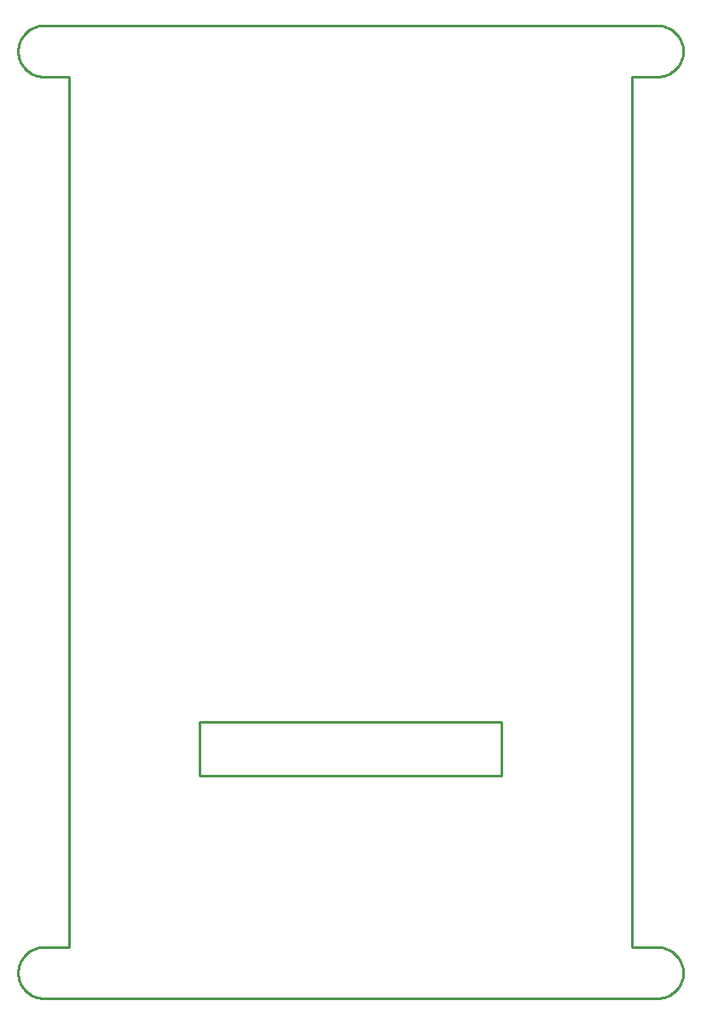
<source format=gbr>
G04 EAGLE Gerber RS-274X export*
G75*
%MOMM*%
%FSLAX34Y34*%
%LPD*%
%IN*%
%IPPOS*%
%AMOC8*
5,1,8,0,0,1.08239X$1,22.5*%
G01*
%ADD10C,0.254000*%


D10*
X-330200Y-406400D02*
X-330103Y-408614D01*
X-329814Y-410811D01*
X-329335Y-412974D01*
X-328668Y-415087D01*
X-327820Y-417135D01*
X-326797Y-419100D01*
X-325606Y-420969D01*
X-324258Y-422727D01*
X-322761Y-424361D01*
X-321127Y-425858D01*
X-319369Y-427206D01*
X-317500Y-428397D01*
X-315535Y-429420D01*
X-313487Y-430268D01*
X-311374Y-430935D01*
X-309211Y-431414D01*
X-307014Y-431703D01*
X-304800Y-431800D01*
X304800Y-431800D01*
X307014Y-431703D01*
X309211Y-431414D01*
X311374Y-430935D01*
X313487Y-430268D01*
X315535Y-429420D01*
X317500Y-428397D01*
X319369Y-427206D01*
X321127Y-425858D01*
X322761Y-424361D01*
X324258Y-422727D01*
X325606Y-420969D01*
X326797Y-419100D01*
X327820Y-417135D01*
X328668Y-415087D01*
X329335Y-412974D01*
X329814Y-410811D01*
X330103Y-408614D01*
X330200Y-406400D01*
X330103Y-404186D01*
X329814Y-401989D01*
X329335Y-399826D01*
X328668Y-397713D01*
X327820Y-395666D01*
X326797Y-393700D01*
X325606Y-391831D01*
X324258Y-390073D01*
X322761Y-388440D01*
X321127Y-386942D01*
X319369Y-385594D01*
X317500Y-384403D01*
X315535Y-383380D01*
X313487Y-382532D01*
X311374Y-381865D01*
X309211Y-381386D01*
X307014Y-381097D01*
X304800Y-381000D01*
X279400Y-381000D01*
X279400Y482600D01*
X304800Y482600D01*
X307014Y482697D01*
X309211Y482986D01*
X311374Y483465D01*
X313487Y484132D01*
X315535Y484980D01*
X317500Y486003D01*
X319369Y487194D01*
X321127Y488542D01*
X322761Y490040D01*
X324258Y491673D01*
X325606Y493431D01*
X326797Y495300D01*
X327820Y497266D01*
X328668Y499313D01*
X329335Y501426D01*
X329814Y503589D01*
X330103Y505786D01*
X330200Y508000D01*
X330103Y510214D01*
X329814Y512411D01*
X329335Y514574D01*
X328668Y516687D01*
X327820Y518735D01*
X326797Y520700D01*
X325606Y522569D01*
X324258Y524327D01*
X322761Y525961D01*
X321127Y527458D01*
X319369Y528806D01*
X317500Y529997D01*
X315535Y531020D01*
X313487Y531868D01*
X311374Y532535D01*
X309211Y533014D01*
X307014Y533303D01*
X304800Y533400D01*
X-304800Y533400D01*
X-307014Y533303D01*
X-309211Y533014D01*
X-311374Y532535D01*
X-313487Y531868D01*
X-315535Y531020D01*
X-317500Y529997D01*
X-319369Y528806D01*
X-321127Y527458D01*
X-322761Y525961D01*
X-324258Y524327D01*
X-325606Y522569D01*
X-326797Y520700D01*
X-327820Y518735D01*
X-328668Y516687D01*
X-329335Y514574D01*
X-329814Y512411D01*
X-330103Y510214D01*
X-330200Y508000D01*
X-330103Y505786D01*
X-329814Y503589D01*
X-329335Y501426D01*
X-328668Y499313D01*
X-327820Y497266D01*
X-326797Y495300D01*
X-325606Y493431D01*
X-324258Y491673D01*
X-322761Y490040D01*
X-321127Y488542D01*
X-319369Y487194D01*
X-317500Y486003D01*
X-315535Y484980D01*
X-313487Y484132D01*
X-311374Y483465D01*
X-309211Y482986D01*
X-307014Y482697D01*
X-304800Y482600D01*
X-279400Y482600D01*
X-279400Y-381000D01*
X-304800Y-381000D01*
X-307014Y-381097D01*
X-309211Y-381386D01*
X-311374Y-381865D01*
X-313487Y-382532D01*
X-315535Y-383380D01*
X-317500Y-384403D01*
X-319369Y-385594D01*
X-321127Y-386942D01*
X-322761Y-388440D01*
X-324258Y-390073D01*
X-325606Y-391831D01*
X-326797Y-393700D01*
X-327820Y-395666D01*
X-328668Y-397713D01*
X-329335Y-399826D01*
X-329814Y-401989D01*
X-330103Y-404186D01*
X-330200Y-406400D01*
X-149860Y-210820D02*
X149860Y-210820D01*
X149860Y-157480D01*
X-149860Y-157480D01*
X-149860Y-210820D01*
M02*

</source>
